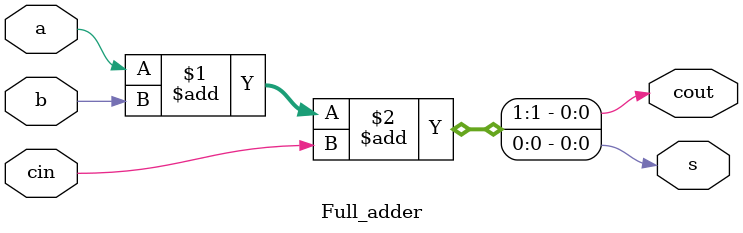
<source format=v>
`timescale 1ns / 1ps


module Full_adder(
    output cout,
    output s,
    input cin,
    input a,
    input b
    );
//    reg cout, s;
//    always @(a,b,cin)
//    begin
//        {cout,s} = a+b+cin;
//    end
    assign {cout,s} = a + b + cin;

endmodule

</source>
